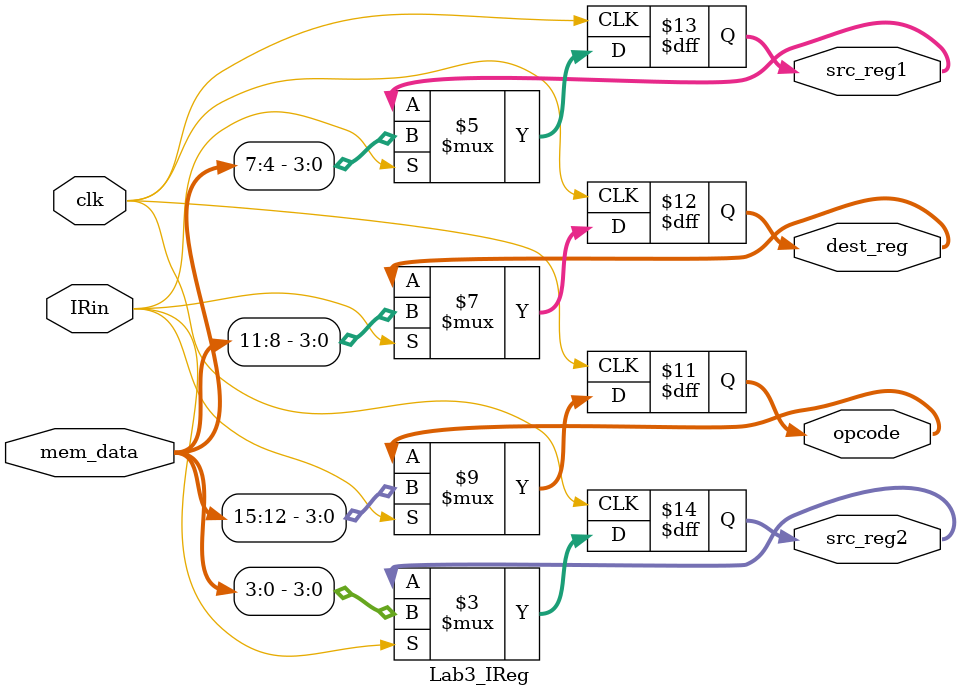
<source format=v>
module Lab3_IReg(
	input [15:0] mem_data,
	input clk,
	input IRin,
	output reg [3:0] opcode,
	output reg [3:0] dest_reg,
	output reg [3:0] src_reg1,
	output reg [3:0] src_reg2
);

	always@(posedge clk)
    begin
        if(IRin==1)
        begin
            src_reg2 <= mem_data[3:0];
            src_reg1 <= mem_data[7:4];
            dest_reg <= mem_data[11:8];
            opcode <= mem_data[15:12];
        end
    end
	

endmodule
</source>
